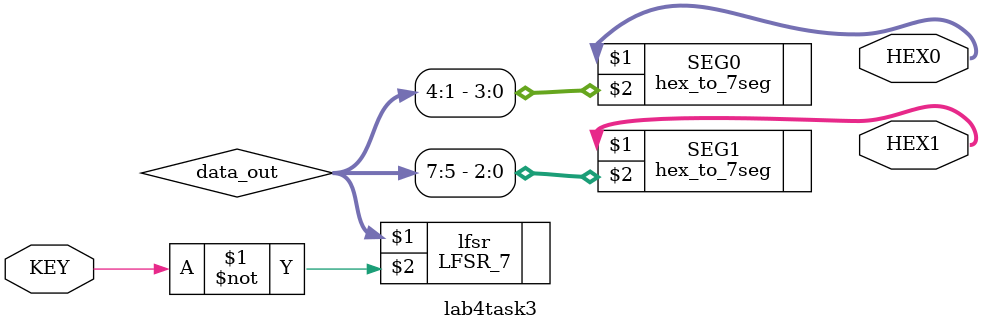
<source format=v>
module lab4task3
(
KEY,
HEX0,
HEX1
);
input [1:1] KEY;
output [6:0] HEX0;
output [6:0] HEX1;
wire [7:1] data_out;



LFSR_7   lfsr(data_out,~KEY[1]);
hex_to_7seg SEG0(HEX0, data_out[4:1]);
hex_to_7seg SEG1(HEX1, data_out[7:5]);

endmodule
</source>
